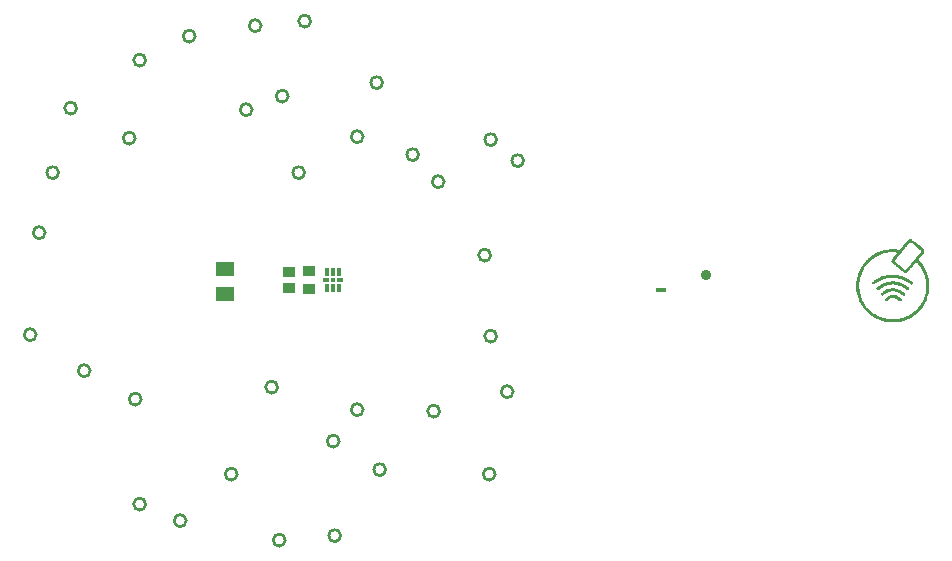
<source format=gts>
G04 Layer: TopSolderMaskLayer*
G04 EasyEDA v6.5.50, 2025-06-01 17:24:59*
G04 69e65154b6b24189a8545f2fef81dcb9,5ab416c87bd24f2091f84acd62e1526b,10*
G04 Gerber Generator version 0.2*
G04 Scale: 100 percent, Rotated: No, Reflected: No *
G04 Dimensions in millimeters *
G04 leading zeros omitted , absolute positions ,4 integer and 5 decimal *
%FSLAX45Y45*%
%MOMM*%

%AMMACRO1*4,1,8,-0.4711,-0.4508,-0.5008,-0.421,-0.5008,0.4211,-0.4711,0.4508,0.471,0.4508,0.5008,0.4211,0.5008,-0.421,0.471,-0.4508,-0.4711,-0.4508,0*%
%AMMACRO2*4,1,8,-0.7208,-0.5508,-0.7506,-0.521,-0.7506,0.5211,-0.7208,0.5508,0.7208,0.5508,0.7506,0.5211,0.7506,-0.521,0.7208,-0.5508,-0.7208,-0.5508,0*%
%AMMACRO3*4,1,8,-0.4531,-0.454,-0.4828,-0.4243,-0.4828,0.4243,-0.4531,0.454,0.453,0.454,0.4828,0.4243,0.4828,-0.4243,0.453,-0.454,-0.4531,-0.454,0*%
%AMMACRO4*4,1,8,-0.1611,-0.3008,-0.1908,-0.271,-0.1908,0.2711,-0.1611,0.3008,0.161,0.3008,0.1908,0.2711,0.1908,-0.271,0.161,-0.3008,-0.1611,-0.3008,0*%
%AMMACRO5*4,1,8,-0.246,-0.2008,-0.2758,-0.171,-0.2758,0.1711,-0.246,0.2008,0.246,0.2008,0.2758,0.1711,0.2758,-0.171,0.246,-0.2008,-0.246,-0.2008,0*%
%AMMACRO6*4,1,8,-0.1711,-0.2008,-0.2008,-0.171,-0.2008,0.1711,-0.1711,0.2008,0.171,0.2008,0.2008,0.1711,0.2008,-0.171,0.171,-0.2008,-0.1711,-0.2008,0*%
%AMMACRO7*4,1,8,-0.3961,-0.2008,-0.4258,-0.171,-0.4258,0.171,-0.3961,0.2008,0.3961,0.2008,0.4258,0.171,0.4258,-0.171,0.3961,-0.2008,-0.3961,-0.2008,0*%
%ADD10MACRO1*%
%ADD11MACRO2*%
%ADD12MACRO3*%
%ADD13MACRO4*%
%ADD14MACRO5*%
%ADD15MACRO6*%
%ADD16MACRO7*%
%ADD17C,0.9096*%
%ADD18C,0.2540*%
%ADD19C,0.0118*%

%LPD*%
G36*
X2593797Y-2547620D02*
G01*
X2586583Y-2548229D01*
X2579014Y-2552293D01*
X2570835Y-2557678D01*
X2570835Y-2558491D01*
X2567178Y-2564180D01*
X2562402Y-2569006D01*
X2552242Y-2581554D01*
X2548483Y-2585415D01*
X2548483Y-2585872D01*
X2542489Y-2593238D01*
X2541727Y-2593238D01*
X2538120Y-2598420D01*
X2533599Y-2602890D01*
X2533599Y-2603652D01*
X2530297Y-2608427D01*
X2523896Y-2614777D01*
X2514193Y-2626868D01*
X2511552Y-2629001D01*
X2507691Y-2634132D01*
X2505049Y-2636977D01*
X2502458Y-2638298D01*
X2496515Y-2640380D01*
X2484170Y-2638907D01*
X2470759Y-2636926D01*
X2457704Y-2635758D01*
X2422601Y-2636215D01*
X2399233Y-2638856D01*
X2383840Y-2641396D01*
X2359507Y-2646730D01*
X2349550Y-2650134D01*
X2340610Y-2652369D01*
X2337663Y-2653639D01*
X2335174Y-2654350D01*
X2328164Y-2657652D01*
X2325217Y-2658364D01*
X2324252Y-2659075D01*
X2320290Y-2660345D01*
X2312314Y-2664053D01*
X2304592Y-2667254D01*
X2298039Y-2671622D01*
X2297074Y-2671622D01*
X2288184Y-2675534D01*
X2285085Y-2678633D01*
X2280056Y-2681579D01*
X2275586Y-2684932D01*
X2270302Y-2688082D01*
X2261666Y-2694533D01*
X2258669Y-2696057D01*
X2253691Y-2700274D01*
X2248865Y-2703982D01*
X2243632Y-2707284D01*
X2237892Y-2713278D01*
X2236774Y-2713278D01*
X2234793Y-2715514D01*
X2222449Y-2726893D01*
X2220417Y-2729026D01*
X2217572Y-2733040D01*
X2213254Y-2736291D01*
X2212746Y-2737916D01*
X2206040Y-2745028D01*
X2191054Y-2764637D01*
X2186990Y-2771546D01*
X2183942Y-2775051D01*
X2179726Y-2781808D01*
X2176018Y-2786938D01*
X2171039Y-2797454D01*
X2168550Y-2799791D01*
X2168550Y-2800705D01*
X2166670Y-2803296D01*
X2164384Y-2809748D01*
X2161641Y-2813761D01*
X2159457Y-2817723D01*
X2158085Y-2823464D01*
X2155952Y-2827629D01*
X2153767Y-2830626D01*
X2149602Y-2845358D01*
X2146350Y-2851962D01*
X2144572Y-2861360D01*
X2141169Y-2875280D01*
X2138781Y-2882696D01*
X2137206Y-2894126D01*
X2134260Y-2918917D01*
X2133295Y-2938272D01*
X2133331Y-2944723D01*
X2158593Y-2944723D01*
X2159609Y-2922371D01*
X2163013Y-2904540D01*
X2165096Y-2886151D01*
X2166620Y-2880715D01*
X2169058Y-2875534D01*
X2171039Y-2867812D01*
X2173478Y-2856484D01*
X2175408Y-2852826D01*
X2178405Y-2845511D01*
X2179523Y-2841040D01*
X2181504Y-2835554D01*
X2183892Y-2831439D01*
X2189022Y-2818688D01*
X2194712Y-2808782D01*
X2197455Y-2802585D01*
X2198319Y-2802585D01*
X2198319Y-2801569D01*
X2203246Y-2794152D01*
X2210206Y-2782468D01*
X2213051Y-2779471D01*
X2217369Y-2773172D01*
X2224430Y-2764637D01*
X2239568Y-2748534D01*
X2239568Y-2747568D01*
X2245766Y-2742438D01*
X2247544Y-2739644D01*
X2252726Y-2735630D01*
X2260041Y-2728671D01*
X2260854Y-2728671D01*
X2264664Y-2724556D01*
X2269794Y-2720695D01*
X2270658Y-2720695D01*
X2274417Y-2716733D01*
X2290064Y-2706370D01*
X2291943Y-2705658D01*
X2296922Y-2701950D01*
X2305354Y-2698140D01*
X2311349Y-2694228D01*
X2320747Y-2690825D01*
X2322271Y-2689555D01*
X2326182Y-2687370D01*
X2337155Y-2683256D01*
X2341118Y-2680563D01*
X2353564Y-2677058D01*
X2356510Y-2675940D01*
X2363520Y-2672588D01*
X2380386Y-2669082D01*
X2384348Y-2668473D01*
X2386888Y-2667203D01*
X2394762Y-2665222D01*
X2403703Y-2664155D01*
X2429052Y-2662021D01*
X2458364Y-2662072D01*
X2468016Y-2663190D01*
X2473147Y-2665120D01*
X2476398Y-2668270D01*
X2474569Y-2670200D01*
X2472893Y-2675331D01*
X2468930Y-2680614D01*
X2467610Y-2681122D01*
X2463393Y-2686761D01*
X2459228Y-2691180D01*
X2455570Y-2696108D01*
X2443429Y-2709621D01*
X2441092Y-2713024D01*
X2436876Y-2716479D01*
X2434691Y-2720340D01*
X2432500Y-2727909D01*
X2459329Y-2727909D01*
X2461971Y-2723896D01*
X2466289Y-2719984D01*
X2468676Y-2716479D01*
X2476093Y-2707284D01*
X2479497Y-2703576D01*
X2486152Y-2695752D01*
X2491282Y-2690469D01*
X2493772Y-2686253D01*
X2510028Y-2667914D01*
X2512618Y-2664409D01*
X2517343Y-2659430D01*
X2522626Y-2652522D01*
X2527808Y-2646324D01*
X2528519Y-2646324D01*
X2530348Y-2643428D01*
X2536037Y-2637129D01*
X2544927Y-2625598D01*
X2548737Y-2621737D01*
X2555341Y-2614320D01*
X2559456Y-2609088D01*
X2563622Y-2604363D01*
X2567127Y-2599944D01*
X2573578Y-2593441D01*
X2576576Y-2589377D01*
X2586431Y-2578303D01*
X2593644Y-2574747D01*
X2596946Y-2576779D01*
X2599334Y-2579319D01*
X2600553Y-2579319D01*
X2600909Y-2580081D01*
X2606090Y-2583383D01*
X2608681Y-2586431D01*
X2611577Y-2588006D01*
X2624734Y-2600248D01*
X2630220Y-2604363D01*
X2635910Y-2609748D01*
X2641142Y-2613660D01*
X2644851Y-2617520D01*
X2650083Y-2620822D01*
X2653080Y-2624226D01*
X2657652Y-2627223D01*
X2663393Y-2632151D01*
X2668676Y-2637332D01*
X2674416Y-2641498D01*
X2680106Y-2646629D01*
X2682595Y-2652268D01*
X2682595Y-2654554D01*
X2680157Y-2660853D01*
X2675382Y-2665577D01*
X2670251Y-2672486D01*
X2667711Y-2674467D01*
X2667711Y-2675178D01*
X2664561Y-2679293D01*
X2659888Y-2684272D01*
X2656230Y-2689199D01*
X2645562Y-2701137D01*
X2642717Y-2705404D01*
X2636316Y-2712059D01*
X2632760Y-2716479D01*
X2630220Y-2719171D01*
X2627731Y-2722372D01*
X2616454Y-2735580D01*
X2615539Y-2735580D01*
X2615539Y-2737002D01*
X2608224Y-2744470D01*
X2607716Y-2745841D01*
X2601417Y-2753563D01*
X2598724Y-2757678D01*
X2585770Y-2771444D01*
X2585770Y-2771902D01*
X2581351Y-2777236D01*
X2577033Y-2781909D01*
X2571140Y-2787802D01*
X2568295Y-2792272D01*
X2563622Y-2797352D01*
X2560726Y-2801315D01*
X2555849Y-2806141D01*
X2549753Y-2809036D01*
X2548585Y-2809036D01*
X2541524Y-2805633D01*
X2537917Y-2802940D01*
X2527300Y-2793288D01*
X2524404Y-2791460D01*
X2516886Y-2784449D01*
X2510993Y-2779471D01*
X2503779Y-2774696D01*
X2503779Y-2773934D01*
X2495956Y-2767888D01*
X2489149Y-2761538D01*
X2481478Y-2755442D01*
X2459888Y-2735224D01*
X2459329Y-2727909D01*
X2432500Y-2727909D01*
X2431694Y-2733649D01*
X2433472Y-2742793D01*
X2436723Y-2748584D01*
X2436723Y-2749448D01*
X2442057Y-2751988D01*
X2447239Y-2757932D01*
X2448407Y-2757932D01*
X2457856Y-2765907D01*
X2459380Y-2767584D01*
X2463038Y-2770124D01*
X2466797Y-2773578D01*
X2471978Y-2777337D01*
X2474264Y-2780080D01*
X2479141Y-2783382D01*
X2483256Y-2787700D01*
X2484069Y-2787700D01*
X2488641Y-2791409D01*
X2492146Y-2794863D01*
X2498039Y-2799638D01*
X2510993Y-2811119D01*
X2514498Y-2813710D01*
X2521051Y-2819704D01*
X2526893Y-2824683D01*
X2529840Y-2826156D01*
X2535936Y-2832354D01*
X2536545Y-2832354D01*
X2541320Y-2835148D01*
X2548432Y-2836316D01*
X2555036Y-2836316D01*
X2564130Y-2832303D01*
X2572613Y-2824175D01*
X2575509Y-2819806D01*
X2578811Y-2817317D01*
X2583942Y-2810256D01*
X2585567Y-2808782D01*
X2589885Y-2803296D01*
X2590952Y-2802331D01*
X2592882Y-2799334D01*
X2597658Y-2794406D01*
X2602636Y-2788107D01*
X2604109Y-2786634D01*
X2604109Y-2785668D01*
X2610510Y-2779014D01*
X2621534Y-2765348D01*
X2622397Y-2765348D01*
X2624937Y-2761488D01*
X2629712Y-2756662D01*
X2633878Y-2751226D01*
X2638145Y-2746502D01*
X2645613Y-2747568D01*
X2646984Y-2748381D01*
X2652776Y-2754172D01*
X2652826Y-2755188D01*
X2660243Y-2762554D01*
X2660243Y-2763824D01*
X2663596Y-2766364D01*
X2667863Y-2772562D01*
X2670810Y-2775966D01*
X2675128Y-2782468D01*
X2680208Y-2789224D01*
X2682849Y-2794914D01*
X2685440Y-2798368D01*
X2689910Y-2805785D01*
X2690520Y-2808274D01*
X2693162Y-2811272D01*
X2697480Y-2820924D01*
X2697480Y-2821584D01*
X2700375Y-2826156D01*
X2704947Y-2837688D01*
X2704947Y-2838653D01*
X2706522Y-2839974D01*
X2708300Y-2843530D01*
X2712415Y-2857703D01*
X2712415Y-2858617D01*
X2715310Y-2863342D01*
X2716834Y-2868828D01*
X2717952Y-2876245D01*
X2720289Y-2885186D01*
X2722727Y-2892145D01*
X2724302Y-2904032D01*
X2726283Y-2927858D01*
X2727350Y-2947670D01*
X2725775Y-2970530D01*
X2724302Y-2986379D01*
X2723235Y-2995320D01*
X2721254Y-3003245D01*
X2720187Y-3004566D01*
X2715818Y-3027222D01*
X2712364Y-3032912D01*
X2709011Y-3044952D01*
X2707995Y-3047593D01*
X2705252Y-3051860D01*
X2703880Y-3055366D01*
X2701493Y-3062782D01*
X2697480Y-3068066D01*
X2694940Y-3076194D01*
X2693365Y-3079394D01*
X2690114Y-3083204D01*
X2686253Y-3091535D01*
X2682646Y-3095548D01*
X2682595Y-3096869D01*
X2678938Y-3102965D01*
X2675382Y-3107436D01*
X2671267Y-3114395D01*
X2667711Y-3117799D01*
X2667711Y-3118662D01*
X2664612Y-3123184D01*
X2659989Y-3127908D01*
X2652572Y-3136188D01*
X2644851Y-3143910D01*
X2642209Y-3147923D01*
X2638044Y-3150362D01*
X2632608Y-3156051D01*
X2624683Y-3163519D01*
X2620111Y-3166770D01*
X2617724Y-3168954D01*
X2607868Y-3176574D01*
X2600909Y-3180842D01*
X2600299Y-3181654D01*
X2590850Y-3188055D01*
X2585974Y-3190189D01*
X2585516Y-3190900D01*
X2571597Y-3197656D01*
X2569108Y-3199384D01*
X2556205Y-3204565D01*
X2554935Y-3205835D01*
X2549347Y-3207969D01*
X2541828Y-3210001D01*
X2532837Y-3214725D01*
X2523896Y-3216757D01*
X2519426Y-3217418D01*
X2509774Y-3221786D01*
X2498598Y-3223717D01*
X2492146Y-3224326D01*
X2482697Y-3225749D01*
X2473248Y-3227781D01*
X2462834Y-3229254D01*
X2436977Y-3229864D01*
X2419604Y-3228746D01*
X2409698Y-3227171D01*
X2400757Y-3226308D01*
X2392781Y-3224326D01*
X2377592Y-3222244D01*
X2372918Y-3220364D01*
X2368550Y-3218230D01*
X2363978Y-3216910D01*
X2353411Y-3214827D01*
X2349906Y-3213354D01*
X2346452Y-3211017D01*
X2339136Y-3208528D01*
X2334158Y-3207207D01*
X2324709Y-3202482D01*
X2319528Y-3200450D01*
X2311806Y-3195980D01*
X2303729Y-3192576D01*
X2297430Y-3187954D01*
X2288946Y-3183686D01*
X2287625Y-3182112D01*
X2286711Y-3182112D01*
X2276144Y-3175000D01*
X2261158Y-3163163D01*
X2257094Y-3159048D01*
X2248408Y-3151073D01*
X2241702Y-3144164D01*
X2234031Y-3137204D01*
X2228545Y-3130245D01*
X2220417Y-3121710D01*
X2216454Y-3115970D01*
X2211222Y-3109518D01*
X2200503Y-3092551D01*
X2196693Y-3085592D01*
X2195982Y-3084626D01*
X2186381Y-3066237D01*
X2180590Y-3052876D01*
X2177338Y-3041954D01*
X2174087Y-3035452D01*
X2172512Y-3030067D01*
X2170480Y-3019145D01*
X2168956Y-3015132D01*
X2166061Y-3009188D01*
X2163013Y-2985871D01*
X2159558Y-2968548D01*
X2158593Y-2944723D01*
X2133331Y-2944723D01*
X2133447Y-2956610D01*
X2134819Y-2977946D01*
X2138324Y-3003753D01*
X2138781Y-3008731D01*
X2142083Y-3019602D01*
X2146198Y-3036468D01*
X2146198Y-3039211D01*
X2149043Y-3044444D01*
X2153818Y-3059785D01*
X2156968Y-3064764D01*
X2161133Y-3077362D01*
X2164384Y-3080918D01*
X2169109Y-3092043D01*
X2171446Y-3094380D01*
X2176221Y-3103422D01*
X2179777Y-3108401D01*
X2183638Y-3115360D01*
X2187905Y-3120593D01*
X2187905Y-3121456D01*
X2190851Y-3124809D01*
X2190902Y-3125876D01*
X2193340Y-3128162D01*
X2198319Y-3135782D01*
X2198319Y-3136696D01*
X2201773Y-3139440D01*
X2205939Y-3145637D01*
X2217470Y-3158286D01*
X2222500Y-3163519D01*
X2235809Y-3176117D01*
X2239111Y-3178556D01*
X2243785Y-3183432D01*
X2248763Y-3186531D01*
X2251659Y-3189528D01*
X2252573Y-3189528D01*
X2257704Y-3193237D01*
X2261565Y-3196742D01*
X2263343Y-3197707D01*
X2270099Y-3202330D01*
X2271471Y-3203956D01*
X2278176Y-3207461D01*
X2282037Y-3210864D01*
X2291943Y-3215741D01*
X2296109Y-3219297D01*
X2297023Y-3219297D01*
X2306878Y-3223920D01*
X2310333Y-3226562D01*
X2323795Y-3231235D01*
X2328214Y-3234182D01*
X2329688Y-3234182D01*
X2345283Y-3239566D01*
X2349550Y-3241497D01*
X2354072Y-3242665D01*
X2372410Y-3246678D01*
X2378405Y-3248710D01*
X2383840Y-3249422D01*
X2402230Y-3252520D01*
X2420112Y-3253587D01*
X2431034Y-3254502D01*
X2453894Y-3254502D01*
X2477820Y-3253028D01*
X2497074Y-3250488D01*
X2501544Y-3249523D01*
X2507538Y-3248660D01*
X2529382Y-3243224D01*
X2537307Y-3241497D01*
X2542997Y-3238703D01*
X2557678Y-3234080D01*
X2565247Y-3230270D01*
X2574696Y-3226765D01*
X2575407Y-3226765D01*
X2580030Y-3223615D01*
X2586482Y-3221228D01*
X2590495Y-3219043D01*
X2594813Y-3215335D01*
X2595727Y-3215335D01*
X2604008Y-3211423D01*
X2604566Y-3210001D01*
X2613558Y-3204413D01*
X2614320Y-3204413D01*
X2617114Y-3201466D01*
X2625191Y-3196742D01*
X2627579Y-3193948D01*
X2633675Y-3189681D01*
X2635148Y-3189173D01*
X2643327Y-3182112D01*
X2644140Y-3182112D01*
X2645968Y-3179064D01*
X2651912Y-3174644D01*
X2653131Y-3174644D01*
X2656382Y-3170275D01*
X2660802Y-3166973D01*
X2664866Y-3161741D01*
X2667762Y-3159302D01*
X2686354Y-3137712D01*
X2696514Y-3123793D01*
X2701239Y-3116478D01*
X2705354Y-3111754D01*
X2708300Y-3107436D01*
X2710484Y-3102457D01*
X2713177Y-3099003D01*
X2715412Y-3095396D01*
X2724708Y-3076651D01*
X2725369Y-3073857D01*
X2730703Y-3062274D01*
X2735834Y-3048406D01*
X2742285Y-3027070D01*
X2746248Y-3009696D01*
X2748635Y-2993339D01*
X2750667Y-2982417D01*
X2752039Y-2972511D01*
X2753258Y-2949194D01*
X2752648Y-2930652D01*
X2751632Y-2915462D01*
X2747975Y-2892348D01*
X2743758Y-2868828D01*
X2735630Y-2842006D01*
X2727299Y-2821076D01*
X2727299Y-2819755D01*
X2719374Y-2803144D01*
X2718257Y-2802483D01*
X2715006Y-2795676D01*
X2708656Y-2784703D01*
X2699461Y-2770784D01*
X2688793Y-2756865D01*
X2684068Y-2750261D01*
X2681325Y-2747264D01*
X2672943Y-2736850D01*
X2663748Y-2727452D01*
X2662275Y-2720187D01*
X2665120Y-2714498D01*
X2678531Y-2698445D01*
X2685542Y-2690723D01*
X2688132Y-2686761D01*
X2691790Y-2683205D01*
X2697632Y-2675534D01*
X2705049Y-2667863D01*
X2708808Y-2660954D01*
X2709976Y-2652674D01*
X2709316Y-2646070D01*
X2706319Y-2638806D01*
X2697276Y-2631287D01*
X2686354Y-2621127D01*
X2664460Y-2602077D01*
X2653690Y-2593441D01*
X2644952Y-2585212D01*
X2635605Y-2578557D01*
X2630678Y-2574594D01*
X2625242Y-2569514D01*
X2616809Y-2562707D01*
X2608834Y-2554986D01*
X2603855Y-2552598D01*
X2599893Y-2549906D01*
G37*
G36*
X2439466Y-2851556D02*
G01*
X2418588Y-2852674D01*
X2396794Y-2854706D01*
X2391308Y-2856128D01*
X2370328Y-2860598D01*
X2362504Y-2862732D01*
X2359507Y-2864053D01*
X2349093Y-2867202D01*
X2337054Y-2872435D01*
X2332685Y-2873603D01*
X2325725Y-2877058D01*
X2323744Y-2878886D01*
X2315159Y-2882849D01*
X2309622Y-2886405D01*
X2303373Y-2889504D01*
X2297633Y-2893872D01*
X2288489Y-2898902D01*
X2286000Y-2901137D01*
X2281021Y-2904490D01*
X2274214Y-2909976D01*
X2270099Y-2914294D01*
X2267407Y-2920898D01*
X2267458Y-2922371D01*
X2268829Y-2928620D01*
X2273096Y-2932328D01*
X2280615Y-2934512D01*
X2288997Y-2931464D01*
X2292146Y-2929077D01*
X2292705Y-2929077D01*
X2295448Y-2926232D01*
X2303373Y-2921508D01*
X2307336Y-2917850D01*
X2311349Y-2915259D01*
X2315819Y-2913227D01*
X2318461Y-2910941D01*
X2327198Y-2906623D01*
X2333802Y-2902864D01*
X2342946Y-2899308D01*
X2343810Y-2899308D01*
X2349601Y-2895854D01*
X2355545Y-2893923D01*
X2363978Y-2891840D01*
X2371191Y-2888284D01*
X2376373Y-2886913D01*
X2392781Y-2884017D01*
X2398928Y-2881426D01*
X2409190Y-2880004D01*
X2430018Y-2878988D01*
X2456535Y-2878988D01*
X2471775Y-2880004D01*
X2480716Y-2881020D01*
X2486660Y-2882544D01*
X2490825Y-2884424D01*
X2492959Y-2884424D01*
X2510993Y-2888030D01*
X2517952Y-2891840D01*
X2532227Y-2895854D01*
X2538120Y-2899308D01*
X2539238Y-2899308D01*
X2549652Y-2903524D01*
X2554224Y-2906471D01*
X2563622Y-2911043D01*
X2566924Y-2913837D01*
X2576779Y-2919120D01*
X2585008Y-2925775D01*
X2587193Y-2927908D01*
X2589987Y-2929280D01*
X2593949Y-2931871D01*
X2598369Y-2933598D01*
X2601112Y-2935579D01*
X2608580Y-2933395D01*
X2612898Y-2928721D01*
X2614574Y-2921152D01*
X2611932Y-2914446D01*
X2606852Y-2909468D01*
X2600096Y-2904185D01*
X2584653Y-2893771D01*
X2579522Y-2889758D01*
X2573070Y-2886862D01*
X2569870Y-2884424D01*
X2558186Y-2878531D01*
X2555443Y-2875940D01*
X2548737Y-2873400D01*
X2544114Y-2872028D01*
X2536190Y-2868066D01*
X2524404Y-2865069D01*
X2517444Y-2861716D01*
X2511501Y-2860192D01*
X2507030Y-2859582D01*
X2483205Y-2854706D01*
X2476703Y-2853690D01*
X2460345Y-2852166D01*
G37*
G36*
X2437993Y-2908909D02*
G01*
X2425547Y-2909722D01*
X2416149Y-2910789D01*
X2405938Y-2912262D01*
X2393797Y-2914599D01*
X2391308Y-2915666D01*
X2370937Y-2921203D01*
X2361996Y-2925521D01*
X2355037Y-2927756D01*
X2354529Y-2928467D01*
X2345080Y-2933446D01*
X2340254Y-2935224D01*
X2336647Y-2938576D01*
X2332685Y-2940608D01*
X2322779Y-2947771D01*
X2316988Y-2951429D01*
X2316429Y-2952902D01*
X2309368Y-2958236D01*
X2304338Y-2966059D01*
X2305405Y-2973019D01*
X2310282Y-2980080D01*
X2318054Y-2982061D01*
X2321255Y-2981045D01*
X2324150Y-2979521D01*
X2332736Y-2973476D01*
X2337155Y-2969920D01*
X2340610Y-2967786D01*
X2344166Y-2966059D01*
X2348738Y-2962300D01*
X2356205Y-2958439D01*
X2360015Y-2955950D01*
X2371293Y-2951226D01*
X2376119Y-2948025D01*
X2380386Y-2946501D01*
X2389327Y-2943860D01*
X2395270Y-2941066D01*
X2401214Y-2939592D01*
X2416149Y-2937560D01*
X2427579Y-2936494D01*
X2437434Y-2934919D01*
X2449423Y-2934868D01*
X2456840Y-2936036D01*
X2466797Y-2936951D01*
X2483662Y-2939542D01*
X2489657Y-2941015D01*
X2495600Y-2943809D01*
X2510434Y-2948178D01*
X2515819Y-2951429D01*
X2516530Y-2951429D01*
X2525522Y-2955239D01*
X2530297Y-2958490D01*
X2540000Y-2963265D01*
X2541676Y-2965856D01*
X2545181Y-2967278D01*
X2551226Y-2971393D01*
X2556408Y-2975660D01*
X2561285Y-2978150D01*
X2564130Y-2980537D01*
X2567127Y-2981198D01*
X2572105Y-2981299D01*
X2578150Y-2976981D01*
X2580944Y-2973070D01*
X2581554Y-2965754D01*
X2578201Y-2958490D01*
X2569514Y-2952902D01*
X2566619Y-2949803D01*
X2560675Y-2945790D01*
X2556154Y-2942031D01*
X2550261Y-2939034D01*
X2547366Y-2936544D01*
X2536342Y-2930906D01*
X2533700Y-2928721D01*
X2522931Y-2925013D01*
X2516936Y-2922219D01*
X2510993Y-2920187D01*
X2495600Y-2915615D01*
X2482697Y-2912668D01*
X2473756Y-2911246D01*
X2459329Y-2909671D01*
G37*
G36*
X2433523Y-2968040D02*
G01*
X2415133Y-2970326D01*
X2409190Y-2971800D01*
X2392781Y-2976829D01*
X2370632Y-2987141D01*
X2370226Y-2987141D01*
X2366975Y-2990189D01*
X2362504Y-2992475D01*
X2357170Y-2996082D01*
X2356612Y-2996082D01*
X2347569Y-3004718D01*
X2342235Y-3010966D01*
X2340508Y-3018383D01*
X2341168Y-3018383D01*
X2344470Y-3025190D01*
X2347722Y-3027730D01*
X2355291Y-3029712D01*
X2362809Y-3026918D01*
X2375916Y-3015945D01*
X2383637Y-3011322D01*
X2387803Y-3007868D01*
X2398725Y-3003296D01*
X2401773Y-3001060D01*
X2409698Y-2998622D01*
X2421585Y-2995980D01*
X2428951Y-2993542D01*
X2438501Y-2992475D01*
X2458770Y-2993136D01*
X2465781Y-2994710D01*
X2467508Y-2995574D01*
X2476703Y-2997911D01*
X2480716Y-2998622D01*
X2487269Y-3000502D01*
X2491130Y-3003245D01*
X2495092Y-3004616D01*
X2503170Y-3008325D01*
X2503830Y-3009442D01*
X2510790Y-3013964D01*
X2519070Y-3020771D01*
X2521102Y-3021380D01*
X2526995Y-3026613D01*
X2533142Y-3028950D01*
X2533548Y-3029610D01*
X2541422Y-3028289D01*
X2545130Y-3025343D01*
X2548382Y-3017926D01*
X2546756Y-3011017D01*
X2542844Y-3005378D01*
X2535885Y-2999841D01*
X2532329Y-2996184D01*
X2519121Y-2987040D01*
X2512060Y-2984144D01*
X2510993Y-2983280D01*
X2502052Y-2978759D01*
X2481173Y-2971647D01*
X2472740Y-2969869D01*
X2455875Y-2968091D01*
G37*
G36*
X2442464Y-3022193D02*
G01*
X2429052Y-3023412D01*
X2421077Y-3026206D01*
X2414168Y-3029102D01*
X2407208Y-3030982D01*
X2399741Y-3035452D01*
X2399233Y-3036062D01*
X2393086Y-3040227D01*
X2386330Y-3045256D01*
X2377186Y-3054096D01*
X2375763Y-3056839D01*
X2374646Y-3062071D01*
X2374798Y-3067761D01*
X2375408Y-3070301D01*
X2377541Y-3072942D01*
X2378659Y-3072942D01*
X2385314Y-3075940D01*
X2392578Y-3074466D01*
X2398725Y-3070199D01*
X2405634Y-3063036D01*
X2406345Y-3063036D01*
X2409494Y-3060090D01*
X2417013Y-3055569D01*
X2417826Y-3055569D01*
X2422093Y-3052775D01*
X2439212Y-3048508D01*
X2455367Y-3049066D01*
X2465324Y-3051149D01*
X2472944Y-3053689D01*
X2475230Y-3055366D01*
X2480005Y-3057804D01*
X2488641Y-3064256D01*
X2496616Y-3072536D01*
X2502560Y-3075533D01*
X2504084Y-3076854D01*
X2511450Y-3075838D01*
X2515260Y-3072587D01*
X2519680Y-3070250D01*
X2519832Y-3061817D01*
X2516987Y-3055975D01*
X2506472Y-3044444D01*
X2497328Y-3037992D01*
X2490165Y-3033776D01*
X2484678Y-3030931D01*
X2474264Y-3027426D01*
X2465781Y-3024276D01*
X2458872Y-3022854D01*
G37*
D10*
G01*
X-2667000Y-2965599D03*
G01*
X-2667000Y-2825600D03*
D11*
G01*
X-3213100Y-2803271D03*
G01*
X-3213100Y-3013328D03*
D12*
G01*
X-2501900Y-2970924D03*
G01*
X-2501900Y-2820275D03*
D13*
G01*
X-2248715Y-2830595D03*
G01*
X-2298702Y-2830595D03*
G01*
X-2348689Y-2830595D03*
D14*
G01*
X-2358697Y-2895593D03*
D13*
G01*
X-2348715Y-2960592D03*
G01*
X-2298702Y-2960592D03*
G01*
X-2248715Y-2960592D03*
D14*
G01*
X-2238707Y-2895593D03*
D15*
G01*
X-2298689Y-2895598D03*
D16*
G01*
X482600Y-2984500D03*
D17*
G01*
X863600Y-2857500D03*
D18*
G75*
G01
X-1850466Y-4502683D02*
G03X-1850466Y-4502683I-50800J0D01*
G75*
G01
X-1393266Y-4007383D02*
G03X-1393266Y-4007383I-50800J0D01*
G75*
G01
X-923366Y-4540783D02*
G03X-923366Y-4540783I-50800J0D01*
G75*
G01
X-770966Y-3842283D02*
G03X-770966Y-3842283I-50800J0D01*
G75*
G01
X-910666Y-3372383D02*
G03X-910666Y-3372383I-50800J0D01*
G75*
G01
X-2701366Y-5099583D02*
G03X-2701366Y-5099583I-50800J0D01*
G75*
G01
X-2231466Y-5061483D02*
G03X-2231466Y-5061483I-50800J0D01*
G75*
G01
X-2244166Y-4261383D02*
G03X-2244166Y-4261383I-50800J0D01*
G75*
G01
X-3107766Y-4540783D02*
G03X-3107766Y-4540783I-50800J0D01*
G75*
G01
X-3539566Y-4934483D02*
G03X-3539566Y-4934483I-50800J0D01*
G75*
G01
X-2764866Y-3804183D02*
G03X-2764866Y-3804183I-50800J0D01*
G75*
G01
X-3920566Y-3905783D02*
G03X-3920566Y-3905783I-50800J0D01*
G75*
G01
X-3882466Y-4794783D02*
G03X-3882466Y-4794783I-50800J0D01*
G75*
G01
X-4352366Y-3664483D02*
G03X-4352366Y-3664483I-50800J0D01*
G75*
G01
X-4809566Y-3359683D02*
G03X-4809566Y-3359683I-50800J0D01*
G75*
G01
X-4733366Y-2496083D02*
G03X-4733366Y-2496083I-50800J0D01*
G75*
G01
X-4619066Y-1988083D02*
G03X-4619066Y-1988083I-50800J0D01*
G75*
G01
X-3971366Y-1695983D02*
G03X-3971366Y-1695983I-50800J0D01*
G75*
G01
X-4466666Y-1441983D02*
G03X-4466666Y-1441983I-50800J0D01*
G75*
G01
X-3882466Y-1035583D02*
G03X-3882466Y-1035583I-50800J0D01*
G75*
G01
X-3463366Y-832383D02*
G03X-3463366Y-832383I-50800J0D01*
G75*
G01
X-2980766Y-1454683D02*
G03X-2980766Y-1454683I-50800J0D01*
G75*
G01
X-2904566Y-743483D02*
G03X-2904566Y-743483I-50800J0D01*
G75*
G01
X-2675966Y-1340383D02*
G03X-2675966Y-1340383I-50800J0D01*
G75*
G01
X-2485466Y-705383D02*
G03X-2485466Y-705383I-50800J0D01*
G75*
G01
X-1875866Y-1226083D02*
G03X-1875866Y-1226083I-50800J0D01*
G75*
G01
X-2040966Y-1683283D02*
G03X-2040966Y-1683283I-50800J0D01*
G75*
G01
X-2536266Y-1988083D02*
G03X-2536266Y-1988083I-50800J0D01*
G75*
G01
X-1571066Y-1835683D02*
G03X-1571066Y-1835683I-50800J0D01*
G75*
G01
X-1355166Y-2064283D02*
G03X-1355166Y-2064283I-50800J0D01*
G75*
G01
X-910666Y-1708683D02*
G03X-910666Y-1708683I-50800J0D01*
G75*
G01
X-682066Y-1886483D02*
G03X-682066Y-1886483I-50800J0D01*
G75*
G01
X-2040966Y-3994683D02*
G03X-2040966Y-3994683I-50800J0D01*
G75*
G01
X-961466Y-2686583D02*
G03X-961466Y-2686583I-50800J0D01*
M02*

</source>
